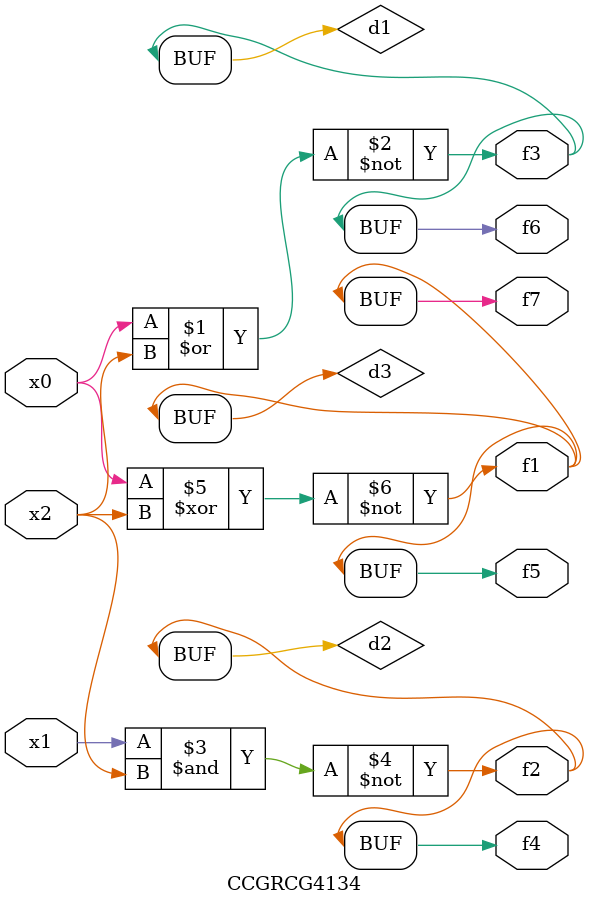
<source format=v>
module CCGRCG4134(
	input x0, x1, x2,
	output f1, f2, f3, f4, f5, f6, f7
);

	wire d1, d2, d3;

	nor (d1, x0, x2);
	nand (d2, x1, x2);
	xnor (d3, x0, x2);
	assign f1 = d3;
	assign f2 = d2;
	assign f3 = d1;
	assign f4 = d2;
	assign f5 = d3;
	assign f6 = d1;
	assign f7 = d3;
endmodule

</source>
